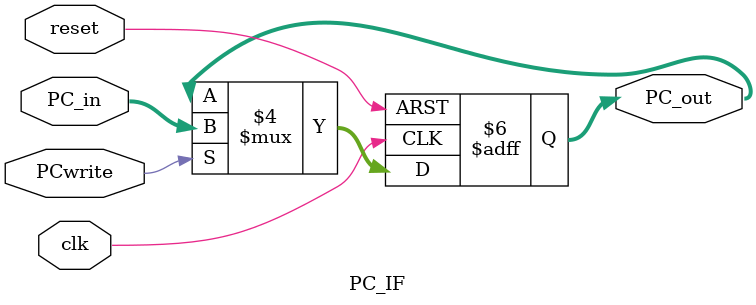
<source format=v>
`timescale 1ns/1ns

module PC_IF(clk,reset,PCwrite,PC_in,PC_out);  
input clk,reset,PCwrite;
input [31:0] PC_in;
output reg [31:0] PC_out;

always @(posedge clk or negedge reset)
begin
  if(~reset)
    PC_out<=32'h80000000;
  else
  begin
    if(PCwrite)
      PC_out<=PC_in;
    else
      PC_out<=PC_out;
  end
end

endmodule
    
</source>
